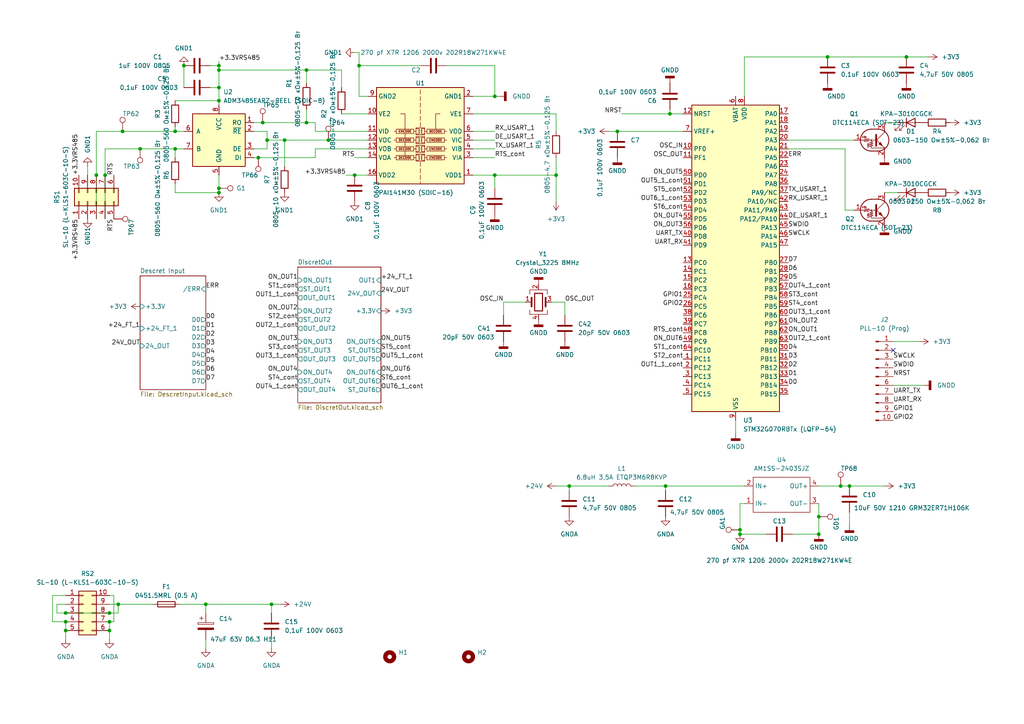
<source format=kicad_sch>
(kicad_sch (version 20231120) (generator "eeschema") (generator_version "8.0")
  (paper "A4")
  (lib_symbols
    (symbol "Connector:Conn_01x10_Pin" (pin_names (offset 1.016) hide)
      (property "Reference" "J" (at 0 12.7 0))
      (property "Value" "Conn_01x10_Pin" (at 0 -15.24 0))
      (symbol "Conn_01x10_Pin_1_1"
        (pin passive line (at 5.08 10.16 180) (length 3.81) (name "Pin_1") (number "1"))
        (pin passive line (at 5.08 -12.7 180) (length 3.81) (name "Pin_10") (number "10"))
        (pin passive line (at 5.08 7.62 180) (length 3.81) (name "Pin_2") (number "2"))
        (pin passive line (at 5.08 5.08 180) (length 3.81) (name "Pin_3") (number "3"))
        (pin passive line (at 5.08 2.54 180) (length 3.81) (name "Pin_4") (number "4"))
        (pin passive line (at 5.08 0 180) (length 3.81) (name "Pin_5") (number "5"))
        (pin passive line (at 5.08 -2.54 180) (length 3.81) (name "Pin_6") (number "6"))
        (pin passive line (at 5.08 -5.08 180) (length 3.81) (name "Pin_7") (number "7"))
        (pin passive line (at 5.08 -7.62 180) (length 3.81) (name "Pin_8") (number "8"))
        (pin passive line (at 5.08 -10.16 180) (length 3.81) (name "Pin_9") (number "9"))
      )
    )
    (symbol "Connector:TestPoint" (pin_numbers hide) (pin_names (offset 0.762) hide)
      (property "Reference" "TP" (at 0 6.858 0))
      (property "Value" "TestPoint" (at 0 5.08 0))
      (symbol "TestPoint_1_1"
        (pin passive line (at 0 0 90) (length 2.54) (name "1") (number "1"))
      )
    )
    (symbol "Connector_Generic:Conn_02x05_Counter_Clockwise" (pin_names (offset 1.016) hide)
      (property "Reference" "J" (at 1.27 7.62 0))
      (property "Value" "Conn_02x05_Counter_Clockwise" (at 1.27 -7.62 0))
      (symbol "Conn_02x05_Counter_Clockwise_1_1"
        (pin passive line (at -5.08 5.08 0) (length 3.81) (name "Pin_1") (number "1"))
        (pin passive line (at 7.62 5.08 180) (length 3.81) (name "Pin_10") (number "10"))
        (pin passive line (at -5.08 2.54 0) (length 3.81) (name "Pin_2") (number "2"))
        (pin passive line (at -5.08 0 0) (length 3.81) (name "Pin_3") (number "3"))
        (pin passive line (at -5.08 -2.54 0) (length 3.81) (name "Pin_4") (number "4"))
        (pin passive line (at -5.08 -5.08 0) (length 3.81) (name "Pin_5") (number "5"))
        (pin passive line (at 7.62 -5.08 180) (length 3.81) (name "Pin_6") (number "6"))
        (pin passive line (at 7.62 -2.54 180) (length 3.81) (name "Pin_7") (number "7"))
        (pin passive line (at 7.62 0 180) (length 3.81) (name "Pin_8") (number "8"))
        (pin passive line (at 7.62 2.54 180) (length 3.81) (name "Pin_9") (number "9"))
      )
    )
    (symbol "Converter_DCDC:AM1SS-"
      (property "Reference" "U" (at -1.27 2.54 0))
      (property "Value" "AM1SS-" (at 0 0 0))
      (symbol "AM1SS-_1_1"
        (pin input line (at -8.89 -5.08 0) (length 2.56) (name "IN-") (number "1"))
        (pin input line (at -8.89 -10.16 0) (length 2.56) (name "IN+") (number "2"))
        (pin output line (at 12.7 -5.08 180) (length 2.56) (name "OUT-") (number "3"))
        (pin output line (at 12.7 -10.16 180) (length 2.56) (name "OUT+") (number "4"))
      )
    )
    (symbol "Device:C" (pin_numbers hide) (pin_names (offset 0.254))
      (property "Reference" "C" (at 0.635 2.54 0))
      (property "Value" "C" (at 0.635 -2.54 0))
      (symbol "C_1_1"
        (pin passive line (at 0 3.81 270) (length 2.794) (name "~") (number "1"))
        (pin passive line (at 0 -3.81 90) (length 2.794) (name "~") (number "2"))
      )
    )
    (symbol "Device:C_Polarized" (pin_numbers hide) (pin_names (offset 0.254))
      (property "Reference" "C" (at 0.635 2.54 0))
      (property "Value" "C_Polarized" (at 0.635 -2.54 0))
      (symbol "C_Polarized_1_1"
        (pin passive line (at 0 3.81 270) (length 2.794) (name "~") (number "1"))
        (pin passive line (at 0 -3.81 90) (length 2.794) (name "~") (number "2"))
      )
    )
    (symbol "Device:Crystal_GND24" (pin_names (offset 1.016) hide)
      (property "Reference" "Y" (at 3.175 5.08 0))
      (property "Value" "Crystal_GND24" (at 3.175 3.175 0))
      (symbol "Crystal_GND24_1_1"
        (pin passive line (at -3.81 0 0) (length 1.27) (name "1") (number "1"))
        (pin passive line (at 0 5.08 270) (length 1.27) (name "2") (number "2"))
        (pin passive line (at 3.81 0 180) (length 1.27) (name "3") (number "3"))
        (pin passive line (at 0 -5.08 90) (length 1.27) (name "4") (number "4"))
      )
    )
    (symbol "Device:Fuse" (pin_numbers hide) (pin_names (offset 0))
      (property "Reference" "F" (at 2.032 0 90))
      (property "Value" "Fuse" (at -1.905 0 90))
      (symbol "Fuse_1_1"
        (pin passive line (at 0 3.81 270) (length 1.27) (name "~") (number "1"))
        (pin passive line (at 0 -3.81 90) (length 1.27) (name "~") (number "2"))
      )
    )
    (symbol "Device:L" (pin_numbers hide) (pin_names (offset 1.016) hide)
      (property "Reference" "L" (at -1.27 0 90))
      (property "Value" "L" (at 1.905 0 90))
      (symbol "L_1_1"
        (pin passive line (at 0 3.81 270) (length 1.27) (name "1") (number "1"))
        (pin passive line (at 0 -3.81 90) (length 1.27) (name "2") (number "2"))
      )
    )
    (symbol "Device:LED" (pin_numbers hide) (pin_names (offset 1.016) hide)
      (property "Reference" "D" (at 0 2.54 0))
      (property "Value" "LED" (at 0 -2.54 0))
      (symbol "LED_1_1"
        (pin passive line (at -3.81 0 0) (length 2.54) (name "K") (number "1"))
        (pin passive line (at 3.81 0 180) (length 2.54) (name "A") (number "2"))
      )
    )
    (symbol "Device:R" (pin_numbers hide) (pin_names (offset 0))
      (property "Reference" "R" (at 2.032 0 90))
      (property "Value" "R" (at 0 0 90))
      (symbol "R_1_1"
        (pin passive line (at 0 3.81 270) (length 1.27) (name "~") (number "1"))
        (pin passive line (at 0 -3.81 90) (length 1.27) (name "~") (number "2"))
      )
    )
    (symbol "Interface_UART:SP3485CN" (pin_names (offset 1.016))
      (property "Reference" "U" (at -7.62 8.89 0))
      (property "Value" "SP3485CN" (at 2.54 8.89 0))
      (symbol "SP3485CN_1_1"
        (pin output line (at -10.16 5.08 0) (length 2.54) (name "RO") (number "1"))
        (pin input line (at -10.16 2.54 0) (length 2.54) (name "~{RE}") (number "2"))
        (pin input line (at -10.16 -2.54 0) (length 2.54) (name "DE") (number "3"))
        (pin input line (at -10.16 -5.08 0) (length 2.54) (name "DI") (number "4"))
        (pin power_in line (at 0 -10.16 90) (length 2.54) (name "GND") (number "5"))
        (pin bidirectional line (at 10.16 2.54 180) (length 2.54) (name "A") (number "6"))
        (pin bidirectional line (at 10.16 -2.54 180) (length 2.54) (name "B") (number "7"))
        (pin power_in line (at 0 10.16 270) (length 2.54) (name "VCC") (number "8"))
      )
    )
    (symbol "Isolator:π141M3x"
      (property "Reference" "U" (at 0 19.05 0))
      (property "Value" "π141M3x" (at 0 16.51 0))
      (symbol "π141M3x_0_0"
        (text "DECODE" (at -4.445 0 0) (effects (font (size 0.635 0.635))))
        (text "DECODE" (at 4.445 2.54 0) (effects (font (size 0.635 0.635))))
        (text "DECODE" (at 4.445 5.08 0) (effects (font (size 0.635 0.635))))
        (text "DECODE" (at 4.445 7.62 0) (effects (font (size 0.635 0.635))))
        (text "ENCODE" (at -4.445 2.54 0) (effects (font (size 0.635 0.635))))
        (text "ENCODE" (at -4.445 5.08 0) (effects (font (size 0.635 0.635))))
        (text "ENCODE" (at -4.445 7.62 0) (effects (font (size 0.635 0.635))))
        (text "ENCODE" (at 4.445 0 0) (effects (font (size 0.635 0.635))))
      )
      (symbol "π141M3x_1_1"
        (pin power_in line (at -15.24 12.7 0) (length 2.54) (name "VDD1") (number "1"))
        (pin input line (at 15.24 -5.08 180) (length 2.54) (name "VE2") (number "10"))
        (pin input line (at 15.24 0 180) (length 2.54) (name "VID") (number "11"))
        (pin output line (at 15.24 2.54 180) (length 2.54) (name "VOC") (number "12"))
        (pin output line (at 15.24 5.08 180) (length 2.54) (name "VOB") (number "13"))
        (pin output line (at 15.24 7.62 180) (length 2.54) (name "VOA") (number "14"))
        (pin passive line (at 15.24 -10.16 180) (length 2.54) hide (name "GND2") (number "15"))
        (pin power_in line (at 15.24 12.7 180) (length 2.54) (name "VDD2") (number "16"))
        (pin power_in line (at -15.24 -10.16 0) (length 2.54) (name "GND1") (number "2"))
        (pin input line (at -15.24 7.62 0) (length 2.54) (name "VIA") (number "3"))
        (pin input line (at -15.24 5.08 0) (length 2.54) (name "VIB") (number "4"))
        (pin input line (at -15.24 2.54 0) (length 2.54) (name "VIC") (number "5"))
        (pin output line (at -15.24 0 0) (length 2.54) (name "VOD") (number "6"))
        (pin input line (at -15.24 -5.08 0) (length 2.54) (name "VE1") (number "7"))
        (pin passive line (at -15.24 -10.16 0) (length 2.54) hide (name "GND1") (number "8"))
        (pin power_in line (at 15.24 -10.16 180) (length 2.54) (name "GND2") (number "9"))
      )
    )
    (symbol "MCU_ST_STM32G0:STM32G070RBTx"
      (property "Reference" "U" (at -12.7 46.99 0))
      (property "Value" "STM32G070RBTx" (at 5.08 46.99 0))
      (symbol "STM32G070RBTx_1_1"
        (pin bidirectional line (at -15.24 -27.94 0) (length 2.54) (name "PC11") (number "1"))
        (pin bidirectional line (at -15.24 33.02 0) (length 2.54) (name "PF0") (number "10"))
        (pin bidirectional line (at -15.24 30.48 0) (length 2.54) (name "PF1") (number "11"))
        (pin input line (at -15.24 43.18 0) (length 2.54) (name "NRST") (number "12"))
        (pin bidirectional line (at -15.24 0 0) (length 2.54) (name "PC0") (number "13"))
        (pin bidirectional line (at -15.24 -2.54 0) (length 2.54) (name "PC1") (number "14"))
        (pin bidirectional line (at -15.24 -5.08 0) (length 2.54) (name "PC2") (number "15"))
        (pin bidirectional line (at -15.24 -7.62 0) (length 2.54) (name "PC3") (number "16"))
        (pin bidirectional line (at 15.24 43.18 180) (length 2.54) (name "PA0") (number "17"))
        (pin bidirectional line (at 15.24 40.64 180) (length 2.54) (name "PA1") (number "18"))
        (pin bidirectional line (at 15.24 38.1 180) (length 2.54) (name "PA2") (number "19"))
        (pin bidirectional line (at -15.24 -30.48 0) (length 2.54) (name "PC12") (number "2"))
        (pin bidirectional line (at 15.24 35.56 180) (length 2.54) (name "PA3") (number "20"))
        (pin bidirectional line (at 15.24 33.02 180) (length 2.54) (name "PA4") (number "21"))
        (pin bidirectional line (at 15.24 30.48 180) (length 2.54) (name "PA5") (number "22"))
        (pin bidirectional line (at 15.24 27.94 180) (length 2.54) (name "PA6") (number "23"))
        (pin bidirectional line (at 15.24 25.4 180) (length 2.54) (name "PA7") (number "24"))
        (pin bidirectional line (at -15.24 -10.16 0) (length 2.54) (name "PC4") (number "25"))
        (pin bidirectional line (at -15.24 -12.7 0) (length 2.54) (name "PC5") (number "26"))
        (pin bidirectional line (at 15.24 0 180) (length 2.54) (name "PB0") (number "27"))
        (pin bidirectional line (at 15.24 -2.54 180) (length 2.54) (name "PB1") (number "28"))
        (pin bidirectional line (at 15.24 -5.08 180) (length 2.54) (name "PB2") (number "29"))
        (pin bidirectional line (at -15.24 -33.02 0) (length 2.54) (name "PC13") (number "3"))
        (pin bidirectional line (at 15.24 -25.4 180) (length 2.54) (name "PB10") (number "30"))
        (pin bidirectional line (at 15.24 -27.94 180) (length 2.54) (name "PB11") (number "31"))
        (pin bidirectional line (at 15.24 -30.48 180) (length 2.54) (name "PB12") (number "32"))
        (pin bidirectional line (at 15.24 -33.02 180) (length 2.54) (name "PB13") (number "33"))
        (pin bidirectional line (at 15.24 -35.56 180) (length 2.54) (name "PB14") (number "34"))
        (pin bidirectional line (at 15.24 -38.1 180) (length 2.54) (name "PB15") (number "35"))
        (pin bidirectional line (at 15.24 22.86 180) (length 2.54) (name "PA8") (number "36"))
        (pin bidirectional line (at 15.24 20.32 180) (length 2.54) (name "PA9/NC") (number "37"))
        (pin bidirectional line (at -15.24 -15.24 0) (length 2.54) (name "PC6") (number "38"))
        (pin bidirectional line (at -15.24 -17.78 0) (length 2.54) (name "PC7") (number "39"))
        (pin bidirectional line (at -15.24 -35.56 0) (length 2.54) (name "PC14") (number "4"))
        (pin bidirectional line (at -15.24 7.62 0) (length 2.54) (name "PD8") (number "40"))
        (pin bidirectional line (at -15.24 5.08 0) (length 2.54) (name "PD9") (number "41"))
        (pin bidirectional line (at 15.24 17.78 180) (length 2.54) (name "PA10/NC") (number "42"))
        (pin bidirectional line (at 15.24 15.24 180) (length 2.54) (name "PA11/PA9") (number "43"))
        (pin bidirectional line (at 15.24 12.7 180) (length 2.54) (name "PA12/PA10") (number "44"))
        (pin bidirectional line (at 15.24 10.16 180) (length 2.54) (name "PA13") (number "45"))
        (pin bidirectional line (at 15.24 7.62 180) (length 2.54) (name "PA14") (number "46"))
        (pin bidirectional line (at 15.24 5.08 180) (length 2.54) (name "PA15") (number "47"))
        (pin bidirectional line (at -15.24 -20.32 0) (length 2.54) (name "PC8") (number "48"))
        (pin bidirectional line (at -15.24 -22.86 0) (length 2.54) (name "PC9") (number "49"))
        (pin bidirectional line (at -15.24 -38.1 0) (length 2.54) (name "PC15") (number "5"))
        (pin bidirectional line (at -15.24 25.4 0) (length 2.54) (name "PD0") (number "50"))
        (pin bidirectional line (at -15.24 22.86 0) (length 2.54) (name "PD1") (number "51"))
        (pin bidirectional line (at -15.24 20.32 0) (length 2.54) (name "PD2") (number "52"))
        (pin bidirectional line (at -15.24 17.78 0) (length 2.54) (name "PD3") (number "53"))
        (pin bidirectional line (at -15.24 15.24 0) (length 2.54) (name "PD4") (number "54"))
        (pin bidirectional line (at -15.24 12.7 0) (length 2.54) (name "PD5") (number "55"))
        (pin bidirectional line (at -15.24 10.16 0) (length 2.54) (name "PD6") (number "56"))
        (pin bidirectional line (at 15.24 -7.62 180) (length 2.54) (name "PB3") (number "57"))
        (pin bidirectional line (at 15.24 -10.16 180) (length 2.54) (name "PB4") (number "58"))
        (pin bidirectional line (at 15.24 -12.7 180) (length 2.54) (name "PB5") (number "59"))
        (pin power_in line (at 0 48.26 270) (length 2.54) (name "VBAT") (number "6"))
        (pin bidirectional line (at 15.24 -15.24 180) (length 2.54) (name "PB6") (number "60"))
        (pin bidirectional line (at 15.24 -17.78 180) (length 2.54) (name "PB7") (number "61"))
        (pin bidirectional line (at 15.24 -20.32 180) (length 2.54) (name "PB8") (number "62"))
        (pin bidirectional line (at 15.24 -22.86 180) (length 2.54) (name "PB9") (number "63"))
        (pin bidirectional line (at -15.24 -25.4 0) (length 2.54) (name "PC10") (number "64"))
        (pin input line (at -15.24 38.1 0) (length 2.54) (name "VREF+") (number "7"))
        (pin power_in line (at 2.54 48.26 270) (length 2.54) (name "VDD") (number "8"))
        (pin power_in line (at 0 -45.72 90) (length 2.54) (name "VSS") (number "9"))
      )
    )
    (symbol "Mechanical:MountingHole" (pin_names (offset 1.016))
      (property "Reference" "H" (at 0 5.08 0))
      (property "Value" "MountingHole" (at 0 3.175 0))
    )
    (symbol "PCM_4ms_Power-symbol:GNDA" (power) (pin_numbers hide) (pin_names (offset 0) hide)
      (property "Value" "GNDA" (at 0 -3.81 0))
      (symbol "GNDA_1_1"
        (pin power_in line (at 0 0 270) (length 0) hide (name "GNDA") (number "1"))
      )
    )
    (symbol "Transistor_BJT:DTC114E" (pin_names (offset 0) hide)
      (property "Reference" "Q" (at 5.08 1.905 0))
      (property "Value" "DTC114E" (at 5.08 0 0))
      (symbol "DTC114E_0_0"
        (text "10k" (at -3.302 0.889 0) (effects (font (size 0.508 0.508))))
        (text "10k" (at -2.159 -1.524 900) (effects (font (size 0.508 0.508))))
      )
      (symbol "DTC114E_1_1"
        (pin input line (at -6.35 0 0) (length 2.54) (name "B") (number "1"))
        (pin passive line (at 2.54 -5.08 90) (length 2.54) (name "E") (number "2"))
        (pin passive line (at 2.54 5.08 270) (length 2.54) (name "C") (number "3"))
      )
    )
    (symbol "power:+24V" (power) (pin_numbers hide) (pin_names (offset 0) hide)
      (property "Value" "+24V" (at 0 3.556 0))
      (symbol "+24V_1_1"
        (pin power_in line (at 0 0 90) (length 0) hide (name "+24V") (number "1"))
      )
    )
    (symbol "power:+3V3" (power) (pin_numbers hide) (pin_names (offset 0) hide)
      (property "Value" "+3V3" (at 0 3.556 0))
      (symbol "+3V3_1_1"
        (pin power_in line (at 0 0 90) (length 0) hide (name "+3V3") (number "1"))
      )
    )
    (symbol "power:GND1" (power) (pin_numbers hide) (pin_names (offset 0) hide)
      (property "Value" "GND1" (at 0 -3.81 0))
      (symbol "GND1_1_1"
        (pin power_in line (at 0 0 270) (length 0) hide (name "GND1") (number "1"))
      )
    )
    (symbol "power:GNDD" (power) (pin_numbers hide) (pin_names (offset 0) hide)
      (property "Value" "GNDD" (at 0 -3.175 0))
      (symbol "GNDD_1_1"
        (pin power_in line (at 0 0 270) (length 0) hide (name "GNDD") (number "1"))
      )
    )
  )
  (junction (at 19.05 182.88))
  (junction (at 240.03 16.51))
  (junction (at 27.94 50.8))
  (junction (at 262.89 16.51))
  (junction (at 31.75 177.8))
  (junction (at 193.04 140.97))
  (junction (at 19.05 177.8))
  (junction (at 63.5 19.05))
  (junction (at 243.84 140.97))
  (junction (at 88.9 20.32))
  (junction (at 237.49 154.94))
  (junction (at 179.07 38.1))
  (junction (at 78.74 175.26))
  (junction (at 161.29 50.8))
  (junction (at 143.51 27.94))
  (junction (at 102.87 50.8))
  (junction (at 165.1 140.97))
  (junction (at 63.5 25.4))
  (junction (at 50.8 38.1))
  (junction (at 31.75 180.34))
  (junction (at 88.9 35.56))
  (junction (at 143.51 50.8))
  (junction (at 59.69 175.26))
  (junction (at 214.63 154.94))
  (junction (at 63.5 20.32))
  (junction (at 63.5 55.88))
  (junction (at 19.05 180.34))
  (junction (at 95.25 40.64))
  (junction (at 76.2 35.56))
  (junction (at 31.75 182.88))
  (junction (at 63.5 54.61))
  (junction (at 237.49 149.86))
  (junction (at 214.63 153.67))
  (junction (at 30.48 50.8))
  (junction (at 82.55 40.64))
  (junction (at 74.93 45.72))
  (junction (at 35.56 38.1))
  (junction (at 34.29 175.26))
  (junction (at 63.5 29.21))
  (junction (at 40.64 43.18))
  (junction (at 53.34 19.05))
  (junction (at 50.8 43.18))
  (junction (at 104.14 19.05))
  (junction (at 246.38 140.97))
  (junction (at 194.31 33.02))
  (junction (at 77.47 40.64))
  (no_connect (at 259.08 101.6))
  (wire (pts (xy 237.49 146.05) (xy 237.49 149.86)))
  (wire (pts (xy 213.36 121.92) (xy 213.36 125.73)))
  (wire (pts (xy 31.75 180.34) (xy 31.75 182.88)))
  (wire (pts (xy 73.66 45.72) (xy 74.93 45.72)))
  (wire (pts (xy 60.96 19.05) (xy 63.5 19.05)))
  (wire (pts (xy 259.08 99.06) (xy 266.7 99.06)))
  (wire (pts (xy 161.29 140.97) (xy 165.1 140.97)))
  (wire (pts (xy 137.16 50.8) (xy 143.51 50.8)))
  (wire (pts (xy 52.07 175.26) (xy 59.69 175.26)))
  (wire (pts (xy 214.63 146.05) (xy 214.63 153.67)))
  (wire (pts (xy 214.63 153.67) (xy 214.63 154.94)))
  (wire (pts (xy 27.94 38.1) (xy 35.56 38.1)))
  (wire (pts (xy 99.06 25.4) (xy 99.06 20.32)))
  (wire (pts (xy 184.15 140.97) (xy 193.04 140.97)))
  (wire (pts (xy 243.84 140.97) (xy 246.38 140.97)))
  (wire (pts (xy 60.96 25.4) (xy 63.5 25.4)))
  (wire (pts (xy 34.29 175.26) (xy 44.45 175.26)))
  (wire (pts (xy 19.05 182.88) (xy 19.05 185.42)))
  (wire (pts (xy 53.34 19.05) (xy 53.34 25.4)))
  (wire (pts (xy 19.05 180.34) (xy 19.05 182.88)))
  (wire (pts (xy 180.34 33.02) (xy 194.31 33.02)))
  (wire (pts (xy 63.5 50.8) (xy 63.5 54.61)))
  (wire (pts (xy 91.44 45.72) (xy 91.44 43.18)))
  (wire (pts (xy 50.8 38.1) (xy 53.34 38.1)))
  (wire (pts (xy 59.69 175.26) (xy 59.69 177.8)))
  (wire (pts (xy 27.94 38.1) (xy 27.94 50.8)))
  (wire (pts (xy 198.12 33.02) (xy 194.31 33.02)))
  (wire (pts (xy 50.8 45.72) (xy 50.8 43.18)))
  (wire (pts (xy 88.9 31.75) (xy 88.9 35.56)))
  (wire (pts (xy 104.14 19.05) (xy 121.92 19.05)))
  (wire (pts (xy 16.51 175.26) (xy 16.51 177.8)))
  (wire (pts (xy 35.56 38.1) (xy 50.8 38.1)))
  (wire (pts (xy 229.87 154.94) (xy 237.49 154.94)))
  (wire (pts (xy 50.8 36.83) (xy 50.8 38.1)))
  (wire (pts (xy 215.9 146.05) (xy 214.63 146.05)))
  (wire (pts (xy 228.6 40.64) (xy 247.65 40.64)))
  (wire (pts (xy 165.1 142.24) (xy 165.1 140.97)))
  (wire (pts (xy 246.38 140.97) (xy 256.54 140.97)))
  (wire (pts (xy 77.47 40.64) (xy 77.47 43.18)))
  (wire (pts (xy 63.5 17.78) (xy 63.5 19.05)))
  (wire (pts (xy 50.8 55.88) (xy 63.5 55.88)))
  (wire (pts (xy 40.64 43.18) (xy 50.8 43.18)))
  (wire (pts (xy 77.47 38.1) (xy 77.47 40.64)))
  (wire (pts (xy 88.9 20.32) (xy 99.06 20.32)))
  (wire (pts (xy 240.03 16.51) (xy 262.89 16.51)))
  (wire (pts (xy 194.31 33.02) (xy 194.31 31.75)))
  (wire (pts (xy 129.54 19.05) (xy 143.51 19.05)))
  (wire (pts (xy 50.8 43.18) (xy 53.34 43.18)))
  (wire (pts (xy 27.94 63.5) (xy 27.94 50.8)))
  (wire (pts (xy 262.89 16.51) (xy 269.24 16.51)))
  (wire (pts (xy 176.53 38.1) (xy 179.07 38.1)))
  (wire (pts (xy 34.29 177.8) (xy 34.29 175.26)))
  (wire (pts (xy 256.54 55.88) (xy 260.35 55.88)))
  (wire (pts (xy 237.49 140.97) (xy 243.84 140.97)))
  (wire (pts (xy 245.11 43.18) (xy 245.11 60.96)))
  (wire (pts (xy 19.05 175.26) (xy 16.51 175.26)))
  (wire (pts (xy 73.66 38.1) (xy 77.47 38.1)))
  (wire (pts (xy 246.38 148.59) (xy 246.38 152.4)))
  (wire (pts (xy 31.75 182.88) (xy 31.75 185.42)))
  (wire (pts (xy 59.69 185.42) (xy 59.69 187.96)))
  (wire (pts (xy 193.04 142.24) (xy 193.04 140.97)))
  (wire (pts (xy 245.11 60.96) (xy 247.65 60.96)))
  (wire (pts (xy 19.05 172.72) (xy 15.24 172.72)))
  (wire (pts (xy 143.51 50.8) (xy 143.51 54.61)))
  (wire (pts (xy 143.51 27.94) (xy 144.78 27.94)))
  (wire (pts (xy 137.16 43.18) (xy 143.51 43.18)))
  (wire (pts (xy 77.47 40.64) (xy 82.55 40.64)))
  (wire (pts (xy 161.29 33.02) (xy 161.29 38.1)))
  (wire (pts (xy 161.29 45.72) (xy 161.29 50.8)))
  (wire (pts (xy 16.51 177.8) (xy 19.05 177.8)))
  (wire (pts (xy 31.75 177.8) (xy 34.29 177.8)))
  (wire (pts (xy 30.48 43.18) (xy 30.48 50.8)))
  (wire (pts (xy 99.06 33.02) (xy 106.68 33.02)))
  (wire (pts (xy 152.4 87.63) (xy 146.05 87.63)))
  (wire (pts (xy 193.04 140.97) (xy 215.9 140.97)))
  (wire (pts (xy 146.05 87.63) (xy 146.05 91.44)))
  (wire (pts (xy 50.8 29.21) (xy 63.5 29.21)))
  (wire (pts (xy 15.24 180.34) (xy 19.05 180.34)))
  (wire (pts (xy 77.47 43.18) (xy 73.66 43.18)))
  (wire (pts (xy 78.74 187.96) (xy 78.74 185.42)))
  (wire (pts (xy 81.28 175.26) (xy 78.74 175.26)))
  (wire (pts (xy 102.87 15.24) (xy 104.14 15.24)))
  (wire (pts (xy 63.5 20.32) (xy 88.9 20.32)))
  (wire (pts (xy 63.5 20.32) (xy 63.5 25.4)))
  (wire (pts (xy 137.16 40.64) (xy 143.51 40.64)))
  (wire (pts (xy 76.2 35.56) (xy 73.66 35.56)))
  (wire (pts (xy 91.44 35.56) (xy 91.44 38.1)))
  (wire (pts (xy 102.87 50.8) (xy 106.68 50.8)))
  (wire (pts (xy 50.8 53.34) (xy 50.8 55.88)))
  (wire (pts (xy 163.83 87.63) (xy 163.83 91.44)))
  (wire (pts (xy 137.16 38.1) (xy 143.51 38.1)))
  (wire (pts (xy 78.74 175.26) (xy 78.74 177.8)))
  (wire (pts (xy 74.93 45.72) (xy 91.44 45.72)))
  (wire (pts (xy 260.35 35.56) (xy 256.54 35.56)))
  (wire (pts (xy 63.5 54.61) (xy 63.5 55.88)))
  (wire (pts (xy 63.5 19.05) (xy 63.5 20.32)))
  (wire (pts (xy 88.9 35.56) (xy 76.2 35.56)))
  (wire (pts (xy 137.16 33.02) (xy 161.29 33.02)))
  (wire (pts (xy 100.33 50.8) (xy 102.87 50.8)))
  (wire (pts (xy 215.9 16.51) (xy 215.9 27.94)))
  (wire (pts (xy 25.4 48.26) (xy 25.4 50.8)))
  (wire (pts (xy 237.49 149.86) (xy 237.49 154.94)))
  (wire (pts (xy 59.69 175.26) (xy 78.74 175.26)))
  (wire (pts (xy 82.55 40.64) (xy 82.55 48.26)))
  (wire (pts (xy 63.5 29.21) (xy 63.5 30.48)))
  (wire (pts (xy 104.14 15.24) (xy 104.14 19.05)))
  (wire (pts (xy 137.16 27.94) (xy 143.51 27.94)))
  (wire (pts (xy 15.24 172.72) (xy 15.24 180.34)))
  (wire (pts (xy 102.87 45.72) (xy 106.68 45.72)))
  (wire (pts (xy 161.29 50.8) (xy 161.29 58.42)))
  (wire (pts (xy 104.14 27.94) (xy 106.68 27.94)))
  (wire (pts (xy 63.5 25.4) (xy 63.5 29.21)))
  (wire (pts (xy 31.75 172.72) (xy 33.02 172.72)))
  (wire (pts (xy 33.02 172.72) (xy 33.02 180.34)))
  (wire (pts (xy 214.63 154.94) (xy 222.25 154.94)))
  (wire (pts (xy 19.05 177.8) (xy 31.75 177.8)))
  (wire (pts (xy 228.6 43.18) (xy 245.11 43.18)))
  (wire (pts (xy 88.9 20.32) (xy 88.9 24.13)))
  (wire (pts (xy 143.51 50.8) (xy 161.29 50.8)))
  (wire (pts (xy 30.48 63.5) (xy 30.48 50.8)))
  (wire (pts (xy 30.48 43.18) (xy 40.64 43.18)))
  (wire (pts (xy 95.25 40.64) (xy 106.68 40.64)))
  (wire (pts (xy 91.44 35.56) (xy 88.9 35.56)))
  (wire (pts (xy 160.02 87.63) (xy 163.83 87.63)))
  (wire (pts (xy 179.07 38.1) (xy 198.12 38.1)))
  (wire (pts (xy 137.16 45.72) (xy 143.51 45.72)))
  (wire (pts (xy 31.75 175.26) (xy 34.29 175.26)))
  (wire (pts (xy 91.44 38.1) (xy 106.68 38.1)))
  (wire (pts (xy 104.14 19.05) (xy 104.14 27.94)))
  (wire (pts (xy 33.02 180.34) (xy 31.75 180.34)))
  (wire (pts (xy 165.1 140.97) (xy 176.53 140.97)))
  (wire (pts (xy 143.51 19.05) (xy 143.51 27.94)))
  (wire (pts (xy 91.44 43.18) (xy 106.68 43.18)))
  (wire (pts (xy 259.08 111.76) (xy 267.97 111.76)))
  (wire (pts (xy 215.9 16.51) (xy 240.03 16.51)))
  (wire (pts (xy 82.55 40.64) (xy 95.25 40.64)))
  (label "+3.3VRS485" (at 22.86 50.8 90))
  (label "D0" (at 59.69 92.71 0))
  (label "OUT2_1_cont" (at 228.6 99.06 0))
  (label "ST6_cont" (at 198.12 60.96 180))
  (label "NRST" (at 180.34 33.02 180))
  (label "D1" (at 228.6 109.22 0))
  (label "RTS_cont" (at 143.51 45.72 0))
  (label "RX_USART_1" (at 143.51 38.1 0))
  (label "ON_OUT6" (at 198.12 99.06 180))
  (label "D4" (at 228.6 101.6 0))
  (label "D4" (at 59.69 102.87 0))
  (label "SWCLK" (at 259.08 104.14 0))
  (label "ST2_cont" (at 86.36 92.71 180))
  (label "ON_OUT2" (at 86.36 90.17 180))
  (label "UART_TX" (at 198.12 68.58 180))
  (label "ON_OUT1" (at 228.6 96.52 0))
  (label "ON_OUT6" (at 110.49 107.95 0))
  (label "ON_OUT5" (at 110.49 99.06 0))
  (label "GPIO1" (at 198.12 86.36 180))
  (label "D3" (at 228.6 104.14 0))
  (label "ST4_cont" (at 228.6 88.9 0))
  (label "ST2_cont" (at 198.12 104.14 180))
  (label "24V_OUT" (at 110.49 85.09 0))
  (label "UART_RX" (at 259.08 116.84 0))
  (label "OUT3_1_cont" (at 228.6 91.44 0))
  (label "NRST" (at 259.08 109.22 0))
  (label "TX_USART_1" (at 143.51 43.18 0))
  (label "ST3_cont" (at 86.36 101.6 180))
  (label "ON_OUT4" (at 198.12 63.5 180))
  (label "UART_RX" (at 198.12 71.12 180))
  (label "OUT1_1_cont" (at 198.12 106.68 180))
  (label "RTS_cont" (at 198.12 96.52 180))
  (label "DE_USART_1" (at 228.6 63.5 0))
  (label "RTS" (at 33.02 63.5 270))
  (label "RTS" (at 33.02 50.8 90))
  (label "D5" (at 228.6 81.28 0))
  (label "OUT6_1_cont" (at 110.49 113.03 0))
  (label "SWDIO" (at 228.6 66.04 0))
  (label "+24_FT_1" (at 40.64 95.25 180))
  (label "OUT3_1_cont" (at 86.36 104.14 180))
  (label "OUT6_1_cont" (at 198.12 58.42 180))
  (label "D2" (at 228.6 106.68 0))
  (label "ON_OUT3" (at 198.12 66.04 180))
  (label "OUT1_1_cont" (at 86.36 86.36 180))
  (label "D5" (at 59.69 105.41 0))
  (label "D1" (at 59.69 95.25 0))
  (label "+3.3VRS485" (at 100.33 50.8 180))
  (label "ERR" (at 59.69 83.82 0))
  (label "ST4_cont" (at 86.36 110.49 180))
  (label "OUT5_1_cont" (at 198.12 53.34 180))
  (label "SWDIO" (at 259.08 106.68 0))
  (label "ST5_cont" (at 110.49 101.6 0))
  (label "D6" (at 59.69 107.95 0))
  (label "ST6_cont" (at 110.49 110.49 0))
  (label "+24_FT_1" (at 110.49 81.28 0))
  (label "OSC_OUT" (at 198.12 45.72 180))
  (label "ST3_cont" (at 228.6 86.36 0))
  (label "GPIO2" (at 259.08 121.92 0))
  (label "ST5_cont" (at 198.12 55.88 180))
  (label "24V_OUT" (at 40.64 100.33 180))
  (label "+3.3VRS485" (at 22.86 63.5 270))
  (label "ST1_cont" (at 198.12 101.6 180))
  (label "D3" (at 59.69 100.33 0))
  (label "ERR" (at 228.6 45.72 0))
  (label "ON_OUT2" (at 228.6 93.98 0))
  (label "ON_OUT4" (at 86.36 107.95 180))
  (label "GPIO2" (at 198.12 88.9 180))
  (label "ST1_cont" (at 86.36 83.82 180))
  (label "ON_OUT1" (at 86.36 81.28 180))
  (label "UART_TX" (at 259.08 114.3 0))
  (label "+3.3VRS485" (at 63.5 17.78 0))
  (label "D6" (at 228.6 78.74 0))
  (label "OUT5_1_cont" (at 110.49 104.14 0))
  (label "RTS" (at 102.87 45.72 180))
  (label "OUT4_1_cont" (at 228.6 83.82 0))
  (label "D0" (at 228.6 111.76 0))
  (label "OSC_IN" (at 146.05 87.63 180))
  (label "ON_OUT3" (at 86.36 99.06 180))
  (label "D7" (at 228.6 76.2 0))
  (label "D2" (at 59.69 97.79 0))
  (label "DE_USART_1" (at 143.51 40.64 0))
  (label "SWCLK" (at 228.6 68.58 0))
  (label "TX_USART_1" (at 228.6 55.88 0))
  (label "OSC_IN" (at 198.12 43.18 180))
  (label "OUT2_1_cont" (at 86.36 95.25 180))
  (label "GPIO1" (at 259.08 119.38 0))
  (label "OSC_OUT" (at 163.83 87.63 0))
  (label "OUT4_1_cont" (at 86.36 113.03 180))
  (label "D7" (at 59.69 110.49 0))
  (label "RX_USART_1" (at 228.6 58.42 0))
  (label "ON_OUT5" (at 198.12 50.8 180))
  (symbol (lib_id "Device:C") (at 163.83 95.25 0) (unit 1)
    (property "Reference" "C42" (at 167.64 93.98 0) (effects (justify left)))
    (property "Value" "20pF 50V 0603" (at 167.64 96.52 0) (effects (justify left)))
    (property "Footprint" "Capacitor_SMD:C_0603_1608Metric" (effects (hide yes)))
  )
  (symbol (lib_id "power:GND1") (at 82.55 55.88 0) (unit 1)
    (property "Reference" "#PWR014" (effects (hide yes)))
    (property "Value" "GND1" (at 82.55 60.96 0))
  )
  (symbol (lib_id "Device:Crystal_GND24") (at 156.21 87.63 0) (unit 1)
    (property "Reference" "Y1" (at 157.48 73.66 0))
    (property "Value" "Crystal_3225 8MHz" (at 158.75 76.2 0))
    (property "Footprint" "PCM_Crystal_AKL:Crystal_SMD_3225-4Pin_3.2x2.5mm" (effects (hide yes)))
  )
  (symbol (lib_id "Device:C") (at 226.06 154.94 90) (unit 1)
    (property "Reference" "C13" (at 226.06 151.13 90))
    (property "Value" "270 pf X7R 1206 2000v 202R18W271KW4E" (at 226.06 162.56 90))
    (property "Footprint" "PCM_Capacitor_SMD_Handsoldering_AKL:C_1210_3225Metric_Pad1.42x2.65mm" (effects (hide yes)))
  )
  (symbol (lib_id "Device:R") (at 50.8 33.02 180) (unit 1) (in_bom no)
    (property "Reference" "R3" (at 45.72 33.02 90))
    (property "Value" "0805-560 Ом±5%-0,125 Вт" (at 48.26 33.02 90))
    (property "Footprint" "PCM_4ms_Resistor:R_0805_2012Metric" (effects (hide yes)))
  )
  (symbol (lib_id "Device:C") (at 246.38 144.78 0) (unit 1)
    (property "Reference" "C10" (at 250.19 143.51 0) (effects (justify left)))
    (property "Value" "10uF 50V 1210 GRM32ER71H106K" (at 247.65 147.32 0) (effects (justify left)))
    (property "Footprint" "PCM_Capacitor_SMD_AKL:C_1210_3225Metric_Pad1.42x2.65mm_HandSolder" (effects (hide yes)))
  )
  (symbol (lib_id "Transistor_BJT:DTC114E") (at 254 60.96 0) (unit 1)
    (property "Reference" "Q2" (at 245.11 63.5 0) (effects (justify left)))
    (property "Value" "DTC114ECA (SOT-23)" (at 243.84 66.04 0) (effects (justify left)))
    (property "Footprint" "Package_TO_SOT_SMD:SOT-23" (effects (hide yes)))
  )
  (symbol (lib_id "Device:LED") (at 264.16 55.88 0) (unit 1)
    (property "Reference" "D2" (at 264.16 58.42 0))
    (property "Value" "KPA-3010CGCK" (at 264.16 53.34 0))
    (property "Footprint" "LED_SMD:LED_Kingbright_KPA-3010_3x2x1mm" (effects (hide yes)))
  )
  (symbol (lib_id "Device:C") (at 146.05 95.25 0) (unit 1)
    (property "Reference" "C41" (at 138.43 95.25 0) (effects (justify left)))
    (property "Value" "20pF 50V 0603" (at 128.27 97.79 0) (effects (justify left)))
    (property "Footprint" "Capacitor_SMD:C_0603_1608Metric" (effects (hide yes)))
  )
  (symbol (lib_id "Mechanical:MountingHole") (at 113.03 190.5 0) (unit 1) (in_bom no)
    (property "Reference" "H1" (at 115.57 189.23 0) (effects (justify left)))
    (property "Value" "MountingHole" (effects (hide yes)))
    (property "Footprint" "MountingHole:MountingHole_3.2mm_M3" (effects (hide yes)))
  )
  (symbol (lib_id "power:GND1") (at 25.4 48.26 180) (unit 1)
    (property "Reference" "#PWR011" (effects (hide yes)))
    (property "Value" "GND1" (at 25.4 44.45 90) (effects (justify right)))
  )
  (symbol (lib_id "power:+3V3") (at 256.54 140.97 270) (unit 1)
    (property "Reference" "#PWR029" (effects (hide yes)))
    (property "Value" "+3V3" (at 260.35 140.97 90) (effects (justify left)))
  )
  (symbol (lib_id "power:GNDD") (at 143.51 62.23 0) (unit 1)
    (property "Reference" "#PWR018" (effects (hide yes)))
    (property "Value" "GNDD" (at 143.51 66.04 0))
  )
  (symbol (lib_id "power:+3V3") (at 266.7 99.06 270) (unit 1)
    (property "Reference" "#PWR023" (effects (hide yes)))
    (property "Value" "+3V3" (at 270.51 99.06 90) (effects (justify left)))
  )
  (symbol (lib_id "MCU_ST_STM32G0:STM32G070RBTx") (at 213.36 76.2 0) (unit 1)
    (property "Reference" "U3" (at 215.5541 121.92 0) (effects (justify left)))
    (property "Value" "STM32G070RBTx (LQFP-64)" (at 215.5541 124.46 0) (effects (justify left)))
    (property "Footprint" "Package_QFP:LQFP-64_10x10mm_P0.5mm" (effects (hide yes)))
    (property "Datasheet" "https://www.st.com/resource/en/datasheet/stm32g070rb.pdf" (effects (hide yes)))
  )
  (symbol (lib_id "power:GND1") (at 102.87 15.24 270) (unit 1)
    (property "Reference" "#PWR03" (effects (hide yes)))
    (property "Value" "GND1" (at 93.98 15.24 90) (effects (justify left)))
  )
  (symbol (lib_id "Device:R") (at 50.8 49.53 180) (unit 1) (in_bom no)
    (property "Reference" "R6" (at 48.26 50.8 90))
    (property "Value" "0805-560 Ом±5%-0,125 Вт" (at 45.72 54.61 90))
    (property "Footprint" "PCM_4ms_Resistor:R_0805_2012Metric" (effects (hide yes)))
  )
  (symbol (lib_id "Connector:Conn_01x10_Pin") (at 254 109.22 0) (unit 1)
    (property "Reference" "J2" (at 256.54 92.71 0))
    (property "Value" "PLL-10 (Prog)" (at 256.54 95.25 0))
    (property "Footprint" "Connector_PinHeader_1.27mm:PinHeader_1x10_P1.27mm_Vertical" (effects (hide yes)))
  )
  (symbol (lib_id "Connector:TestPoint") (at 76.2 35.56 0) (unit 1) (in_bom no)
    (property "Reference" "TP65" (at 76.2 30.48 0) (effects (justify left)))
    (property "Footprint" "PCM_4ms_TestPoint:TestPoint_D1" (effects (hide yes)))
  )
  (symbol (lib_id "Device:R") (at 82.55 52.07 180) (unit 1)
    (property "Reference" "R7" (at 77.47 52.07 90))
    (property "Value" "0805-10 кОм±5%-0,125 Вт" (at 80.01 52.07 90))
    (property "Footprint" "PCM_4ms_Resistor:R_0805_2012Metric" (effects (hide yes)))
  )
  (symbol (lib_id "power:+3V3") (at 275.59 35.56 270) (unit 1)
    (property "Reference" "#PWR09" (effects (hide yes)))
    (property "Value" "+3V3" (at 279.4 35.56 90) (effects (justify left)))
  )
  (symbol (lib_id "Device:C") (at 165.1 146.05 0) (unit 1)
    (property "Reference" "C11" (at 168.91 144.78 0) (effects (justify left)))
    (property "Value" "4,7uF 50V 0805" (at 168.91 147.32 0) (effects (justify left)))
    (property "Footprint" "PCM_Capacitor_SMD_AKL:C_0805_2012Metric_Pad1.18x1.45mm_HandSolder" (effects (hide yes)))
  )
  (symbol (lib_id "power:GND1") (at 25.4 63.5 0) (unit 1)
    (property "Reference" "#PWR019" (effects (hide yes)))
    (property "Value" "GND1" (at 25.4 71.12 90) (effects (justify left)))
  )
  (symbol (lib_id "power:GNDD") (at 237.49 154.94 0) (unit 1)
    (property "Reference" "#PWR034" (effects (hide yes)))
    (property "Value" "GNDD" (at 237.49 158.75 0))
  )
  (symbol (lib_id "Interface_UART:SP3485CN") (at 63.5 40.64 0) (mirror y) (unit 1)
    (property "Reference" "U2" (at 64.77 26.67 0) (effects (justify right)))
    (property "Value" "ADM3485EARZ-REEL (SOIC-8)" (at 64.77 29.21 0) (effects (justify right)))
    (property "Footprint" "Package_SO:SOIC-8_3.9x4.9mm_P1.27mm" (effects (hide yes)))
    (property "Datasheet" "https://static.chipdip.ru/lib/154/DOC013154525.pdf" (effects (hide yes)))
  )
  (symbol (lib_id "Connector:TestPoint") (at 33.02 63.5 270) (unit 1) (in_bom no)
    (property "Reference" "TP67" (at 38.1 63.5 0) (effects (justify left)))
    (property "Footprint" "PCM_4ms_TestPoint:TestPoint_D1" (effects (hide yes)))
  )
  (symbol (lib_id "power:GNDD") (at 213.36 125.73 0) (unit 1)
    (property "Reference" "#PWR027" (effects (hide yes)))
    (property "Value" "GNDD" (at 213.36 129.54 0))
  )
  (symbol (lib_id "Transistor_BJT:DTC114E") (at 254 40.64 0) (unit 1)
    (property "Reference" "Q1" (at 246.38 33.02 0) (effects (justify left)))
    (property "Value" "DTC114ECA (SOT-23)" (at 241.3 35.56 0) (effects (justify left)))
    (property "Footprint" "Package_TO_SOT_SMD:SOT-23" (effects (hide yes)))
  )
  (symbol (lib_id "power:+24V") (at 81.28 175.26 270) (unit 1)
    (property "Reference" "#PWR035" (effects (hide yes)))
    (property "Value" "+24V" (at 85.09 175.26 90) (effects (justify left)))
  )
  (symbol (lib_id "Device:C") (at 57.15 19.05 90) (unit 1)
    (property "Reference" "C1" (at 45.72 16.51 90))
    (property "Value" "1uF 100V 0805" (at 41.91 19.05 90))
    (property "Footprint" "PCM_Capacitor_SMD_AKL:C_0805_2012Metric_Pad1.18x1.45mm_HandSolder" (effects (hide yes)))
  )
  (symbol (lib_id "Device:C") (at 194.31 27.94 180) (unit 1)
    (property "Reference" "C6" (at 190.5 29.21 0) (effects (justify left)))
    (property "Value" "0,1uF 100V 0603" (at 190.5 26.67 0) (effects (justify left)))
    (property "Footprint" "Capacitor_SMD:C_0603_1608Metric" (effects (hide yes)))
  )
  (symbol (lib_id "power:GND1") (at 53.34 19.05 180) (unit 1)
    (property "Reference" "#PWR02" (effects (hide yes)))
    (property "Value" "GND1" (at 53.34 13.97 0))
  )
  (symbol (lib_id "Connector:TestPoint") (at 237.49 149.86 270) (unit 1) (in_bom no)
    (property "Reference" "GD1" (at 242.57 149.86 0) (effects (justify left)))
    (property "Footprint" "PCM_4ms_TestPoint:TestPoint_D1" (effects (hide yes)))
  )
  (symbol (lib_id "power:GNDD") (at 256.54 45.72 0) (unit 1)
    (property "Reference" "#PWR012" (effects (hide yes)))
    (property "Value" "GNDD" (at 259.08 46.7995 0) (effects (justify left)))
  )
  (symbol (lib_id "Device:C") (at 262.89 20.32 0) (unit 1)
    (property "Reference" "C4" (at 266.7 19.05 0) (effects (justify left)))
    (property "Value" "4,7uF 50V 0805" (at 266.7 21.59 0) (effects (justify left)))
    (property "Footprint" "PCM_Capacitor_SMD_AKL:C_0805_2012Metric_Pad1.18x1.45mm_HandSolder" (effects (hide yes)))
  )
  (symbol (lib_id "power:GNDD") (at 262.89 24.13 0) (unit 1)
    (property "Reference" "#PWR06" (effects (hide yes)))
    (property "Value" "GNDD" (at 262.89 27.94 0))
  )
  (symbol (lib_id "power:+3V3") (at 176.53 38.1 90) (unit 1)
    (property "Reference" "#PWR08" (effects (hide yes)))
    (property "Value" "+3V3" (at 172.72 38.1 90) (effects (justify left)))
  )
  (symbol (lib_id "power:GND1") (at 63.5 55.88 0) (unit 1)
    (property "Reference" "#PWR013" (effects (hide yes)))
    (property "Value" "GND1" (at 63.5 60.96 0))
  )
  (symbol (lib_id "Device:C") (at 143.51 58.42 180) (unit 1)
    (property "Reference" "C9" (at 137.16 60.96 90))
    (property "Value" "0,1uF 100V 0603" (at 139.7 60.96 90))
    (property "Footprint" "Capacitor_SMD:C_0603_1608Metric" (effects (hide yes)))
  )
  (symbol (lib_id "Converter_DCDC:AM1SS-") (at 224.79 151.13 0) (mirror x) (unit 1)
    (property "Reference" "U4" (at 226.695 133.35 0))
    (property "Value" "AM1SS-2403SJZ" (at 226.695 135.89 0))
    (property "Footprint" "Converter_DCDC:Converter_DCDC_Murata_MEE1SxxxxSC_THT" (effects (hide yes)))
    (property "Datasheet" "https://www.aimtec.com/site/Aimtec/files/Datasheet/HighResolution/am1ss-jz.pdf" (effects (hide yes)))
  )
  (symbol (lib_id "power:GNDD") (at 146.05 99.06 0) (unit 1)
    (property "Reference" "#PWR0144" (effects (hide yes)))
    (property "Value" "GNDD" (at 146.05 102.87 0))
  )
  (symbol (lib_id "Device:Fuse") (at 48.26 175.26 90) (unit 1)
    (property "Reference" "F1" (at 48.26 170.18 90))
    (property "Value" "0451.5MRL (0.5 А)" (at 48.26 172.72 90))
    (property "Footprint" "PCM_Fuse_Handsoldering_AKL:Fuse_Littelfuse-NANO2-451_453" (effects (hide yes)))
  )
  (symbol (lib_id "power:GNDD") (at 267.97 111.76 90) (unit 1)
    (property "Reference" "#PWR026" (effects (hide yes)))
    (property "Value" "GNDD" (at 271.78 111.76 90) (effects (justify right)))
  )
  (symbol (lib_id "power:GNDD") (at 156.21 92.71 0) (unit 1)
    (property "Reference" "#PWR0143" (effects (hide yes)))
    (property "Value" "GNDD" (at 156.21 96.52 0))
  )
  (symbol (lib_id "power:GNDD") (at 194.31 24.13 180) (unit 1)
    (property "Reference" "#PWR04" (effects (hide yes)))
    (property "Value" "GNDD" (at 194.31 20.32 0))
  )
  (symbol (lib_id "Device:C") (at 78.74 181.61 0) (unit 1)
    (property "Reference" "C15" (at 82.55 180.34 0) (effects (justify left)))
    (property "Value" "0,1uF 100V 0603" (at 82.55 182.88 0) (effects (justify left)))
    (property "Footprint" "Capacitor_SMD:C_0603_1608Metric" (effects (hide yes)))
  )
  (symbol (lib_id "Connector_Generic:Conn_02x05_Counter_Clockwise") (at 24.13 177.8 0) (unit 1) (in_bom no)
    (property "Reference" "RS2" (at 25.4 166.37 0))
    (property "Value" "SL-10 (L-KLS1-603C-10-S)" (at 25.4 168.91 0))
    (property "Footprint" "Connector:Edge_Conn_KLS1-603-10" (effects (hide yes)))
  )
  (symbol (lib_id "PCM_4ms_Power-symbol:GNDA") (at 19.05 185.42 0) (unit 1)
    (property "Reference" "#PWR036" (effects (hide yes)))
    (property "Value" "GNDA" (at 19.05 190.5 0))
  )
  (symbol (lib_id "PCM_4ms_Power-symbol:GNDA") (at 31.75 185.42 0) (unit 1)
    (property "Reference" "#PWR037" (effects (hide yes)))
    (property "Value" "GNDA" (at 31.75 190.5 0))
  )
  (symbol (lib_id "power:GNDD") (at 256.54 66.04 0) (unit 1)
    (property "Reference" "#PWR020" (effects (hide yes)))
    (property "Value" "GNDD" (at 259.08 67.1195 0) (effects (justify left)))
  )
  (symbol (lib_id "power:+3V3") (at 161.29 58.42 180) (unit 1)
    (property "Reference" "#PWR017" (effects (hide yes)))
    (property "Value" "+3V3" (at 161.29 63.5 0))
  )
  (symbol (lib_id "power:+24V") (at 161.29 140.97 90) (unit 1)
    (property "Reference" "#PWR028" (effects (hide yes)))
    (property "Value" "+24V" (at 157.48 140.97 90) (effects (justify left)))
  )
  (symbol (lib_id "Device:R") (at 161.29 41.91 180) (unit 1)
    (property "Reference" "R5" (at 156.21 41.91 90))
    (property "Value" "0805-4,7 кОм±5%-0,125 Вт" (at 158.75 41.91 90))
    (property "Footprint" "PCM_4ms_Resistor:R_0805_2012Metric" (effects (hide yes)))
  )
  (symbol (lib_id "Device:C") (at 125.73 19.05 90) (unit 1)
    (property "Reference" "C2" (at 120.65 20.32 90))
    (property "Value" "270 pf X7R 1206 2000v 202R18W271KW4E" (at 125.73 15.24 90))
    (property "Footprint" "PCM_Capacitor_SMD_Handsoldering_AKL:C_1210_3225Metric_Pad1.42x2.65mm" (effects (hide yes)))
  )
  (symbol (lib_id "power:+3V3") (at 40.64 88.9 90) (unit 1)
    (property "Reference" "#PWR024" (effects (hide yes)))
    (property "Value" "+3V3" (at 36.83 88.9 90) (effects (justify left)))
  )
  (symbol (lib_id "Device:R") (at 271.78 55.88 270) (unit 1)
    (property "Reference" "R8" (at 271.78 60.96 90))
    (property "Value" "0603-150 Ом±5%-0,062 Вт" (at 271.78 58.42 90))
    (property "Footprint" "PCM_4ms_Resistor:R_0603" (effects (hide yes)))
  )
  (symbol (lib_id "Device:C") (at 179.07 41.91 0) (unit 1)
    (property "Reference" "C7" (at 182.88 40.64 0) (effects (justify left)))
    (property "Value" "0,1uF 100V 0603" (at 173.99 57.15 90) (effects (justify left)))
    (property "Footprint" "Capacitor_SMD:C_0603_1608Metric" (effects (hide yes)))
  )
  (symbol (lib_id "PCM_4ms_Power-symbol:GNDA") (at 78.74 187.96 0) (unit 1)
    (property "Reference" "#PWR039" (effects (hide yes)))
    (property "Value" "GNDA" (at 78.74 193.04 0))
  )
  (symbol (lib_id "Device:C") (at 193.04 146.05 0) (unit 1)
    (property "Reference" "C12" (at 196.85 144.78 0) (effects (justify left)))
    (property "Value" "4,7uF 50V 0805" (at 194.31 148.59 0) (effects (justify left)))
    (property "Footprint" "PCM_Capacitor_SMD_AKL:C_0805_2012Metric_Pad1.18x1.45mm_HandSolder" (effects (hide yes)))
  )
  (symbol (lib_id "power:GNDD") (at 179.07 45.72 0) (unit 1)
    (property "Reference" "#PWR010" (effects (hide yes)))
    (property "Value" "GNDD" (at 179.07 49.53 0))
  )
  (symbol (lib_id "Device:R") (at 88.9 27.94 180) (unit 1)
    (property "Reference" "R1" (at 83.82 24.13 90))
    (property "Value" "0805-10 кОм±5%-0,125 Вт" (at 86.36 22.86 90))
    (property "Footprint" "PCM_4ms_Resistor:R_0805_2012Metric" (effects (hide yes)))
  )
  (symbol (lib_id "PCM_4ms_Power-symbol:GNDA") (at 165.1 149.86 0) (unit 1)
    (property "Reference" "#PWR030" (effects (hide yes)))
    (property "Value" "GNDA" (at 165.1 154.94 0))
  )
  (symbol (lib_id "Isolator:π141M3x") (at 121.92 38.1 180) (unit 1)
    (property "Reference" "U1" (at 121.92 24.13 0))
    (property "Value" "PAI141M30 (SOIC-16)" (at 120.65 55.88 0))
    (property "Footprint" "Package_SO:SOIC-16_3.9x9.9mm_P1.27mm" (effects (hide yes)))
    (property "Datasheet" "https://wmsc.lcsc.com/wmsc/upload/file/pdf/v2/lcsc/2001082007_2Pai-Semi--141M30_C471604.pdf" (effects (hide yes)))
  )
  (symbol (lib_id "Device:C") (at 57.15 25.4 90) (unit 1)
    (property "Reference" "C5" (at 46.99 22.86 90))
    (property "Value" "0,1uF 100V 0603" (at 43.18 25.4 90))
    (property "Footprint" "Capacitor_SMD:C_0603_1608Metric" (effects (hide yes)))
  )
  (symbol (lib_id "power:+3V3") (at 275.59 55.88 270) (unit 1)
    (property "Reference" "#PWR015" (effects (hide yes)))
    (property "Value" "+3V3" (at 279.4 55.88 90) (effects (justify left)))
  )
  (symbol (lib_id "Connector:TestPoint") (at 95.25 40.64 0) (unit 1) (in_bom no)
    (property "Reference" "TP64" (at 95.25 35.56 0) (effects (justify left)))
    (property "Footprint" "PCM_4ms_TestPoint:TestPoint_D1" (effects (hide yes)))
  )
  (symbol (lib_id "Device:C_Polarized") (at 59.69 181.61 0) (unit 1)
    (property "Reference" "C14" (at 63.5 179.451 0) (effects (justify left)))
    (property "Value" "47uF 63V D6.3 H11" (at 60.96 185.42 0) (effects (justify left)))
    (property "Footprint" "PCM_Capacitor_THT_AKL:CP_Radial_D6.3mm_P2.50mm" (effects (hide yes)))
  )
  (symbol (lib_id "Connector:TestPoint") (at 40.64 43.18 180) (unit 1) (in_bom no)
    (property "Reference" "TP63" (at 40.64 48.26 0) (effects (justify left)))
    (property "Footprint" "PCM_4ms_TestPoint:TestPoint_D1" (effects (hide yes)))
  )
  (symbol (lib_id "PCM_4ms_Power-symbol:GNDA") (at 59.69 187.96 0) (unit 1)
    (property "Reference" "#PWR038" (effects (hide yes)))
    (property "Value" "GNDA" (at 59.69 193.04 0))
  )
  (symbol (lib_id "power:GNDD") (at 240.03 24.13 0) (unit 1)
    (property "Reference" "#PWR05" (effects (hide yes)))
    (property "Value" "GNDD" (at 242.57 27.94 0))
  )
  (symbol (lib_id "Device:LED") (at 264.16 35.56 0) (unit 1)
    (property "Reference" "D1" (at 264.16 38.1 0))
    (property "Value" "KPA-3010CGCK" (at 262.89 33.02 0))
    (property "Footprint" "LED_SMD:LED_Kingbright_KPA-3010_3x2x1mm" (effects (hide yes)))
  )
  (symbol (lib_id "power:+3V3") (at 269.24 16.51 270) (unit 1)
    (property "Reference" "#PWR01" (effects (hide yes)))
    (property "Value" "+3V3" (at 273.05 16.51 90) (effects (justify left)))
  )
  (symbol (lib_id "PCM_4ms_Power-symbol:GNDA") (at 193.04 149.86 0) (unit 1)
    (property "Reference" "#PWR031" (effects (hide yes)))
    (property "Value" "GNDA" (at 193.04 154.94 0))
  )
  (symbol (lib_id "power:GNDD") (at 163.83 99.06 0) (unit 1)
    (property "Reference" "#PWR0145" (effects (hide yes)))
    (property "Value" "GNDD" (at 163.83 102.87 0))
  )
  (symbol (lib_id "Connector_Generic:Conn_02x05_Counter_Clockwise") (at 27.94 58.42 90) (unit 1) (in_bom no)
    (property "Reference" "RS1" (at 16.51 57.15 0))
    (property "Value" "SL-10 (L-KLS1-603C-10-S)" (at 19.05 57.15 0))
    (property "Footprint" "Connector:Edge_Conn_KLS1-603-10" (effects (hide yes)))
  )
  (symbol (lib_id "PCM_4ms_Power-symbol:GNDA") (at 214.63 154.94 0) (unit 1)
    (property "Reference" "#PWR033" (effects (hide yes)))
    (property "Value" "GNDA" (at 214.63 158.75 0))
  )
  (symbol (lib_id "Connector:TestPoint") (at 35.56 38.1 0) (unit 1) (in_bom no)
    (property "Reference" "TP62" (at 35.56 33.02 0) (effects (justify left)))
    (property "Footprint" "PCM_4ms_TestPoint:TestPoint_D1" (effects (hide yes)))
  )
  (symbol (lib_id "Connector:TestPoint") (at 63.5 54.61 270) (unit 1) (in_bom no)
    (property "Reference" "G1" (at 68.58 54.61 90) (effects (justify left)))
    (property "Footprint" "PCM_4ms_TestPoint:TestPoint_D1" (effects (hide yes)))
  )
  (symbol (lib_id "power:GND1") (at 102.87 58.42 0) (unit 1)
    (property "Reference" "#PWR016" (effects (hide yes)))
    (property "Value" "GND1" (at 102.87 63.5 0))
  )
  (symbol (lib_id "power:+3V3") (at 110.49 90.17 270) (unit 1)
    (property "Reference" "#PWR025" (effects (hide yes)))
    (property "Value" "+3V3" (at 114.3 90.17 90) (effects (justify left)))
  )
  (symbol (lib_id "Connector:TestPoint") (at 243.84 140.97 0) (unit 1) (in_bom no)
    (property "Reference" "TP68" (at 243.84 135.89 0) (effects (justify left)))
    (property "Footprint" "PCM_4ms_TestPoint:TestPoint_D1" (effects (hide yes)))
  )
  (symbol (lib_id "Mechanical:MountingHole") (at 135.89 190.5 0) (unit 1) (in_bom no)
    (property "Reference" "H2" (at 138.43 189.23 0) (effects (justify left)))
    (property "Value" "MountingHole" (effects (hide yes)))
    (property "Footprint" "MountingHole:MountingHole_3.2mm_M3" (effects (hide yes)))
  )
  (symbol (lib_id "Device:L") (at 180.34 140.97 90) (unit 1)
    (property "Reference" "L1" (at 180.34 135.89 90))
    (property "Value" "6,8uH 3,5A ETQP3M6R8KVP" (at 180.34 138.43 90))
    (property "Footprint" "PCM_Inductor_SMD_Handsoldering_AKL:L_Bourns-SRN6028" (effects (hide yes)))
  )
  (symbol (lib_id "Connector:TestPoint") (at 214.63 153.67 90) (unit 1) (in_bom no)
    (property "Reference" "GA1" (at 209.55 153.67 0) (effects (justify left)))
    (property "Footprint" "PCM_4ms_TestPoint:TestPoint_D1" (effects (hide yes)))
  )
  (symbol (lib_id "power:GNDD") (at 144.78 27.94 90) (unit 1)
    (property "Reference" "#PWR07" (effects (hide yes)))
    (property "Value" "GNDD" (at 148.5868 27.94 90) (effects (justify right)))
  )
  (symbol (lib_id "Device:C") (at 240.03 20.32 0) (unit 1)
    (property "Reference" "C3" (at 243.84 19.05 0) (effects (justify left)))
    (property "Value" "0,1uF 100V 0603" (at 243.84 21.59 0) (effects (justify left)))
    (property "Footprint" "Capacitor_SMD:C_0603_1608Metric" (effects (hide yes)))
  )
  (symbol (lib_id "Device:R") (at 271.78 35.56 90) (unit 1)
    (property "Reference" "R4" (at 271.78 38.1 90))
    (property "Value" "0603-150 Ом±5%-0,062 Вт" (at 273.05 40.64 90))
    (property "Footprint" "PCM_4ms_Resistor:R_0603" (effects (hide yes)))
  )
  (symbol (lib_id "power:GNDD") (at 156.21 82.55 180) (unit 1)
    (property "Reference" "#PWR089" (effects (hide yes)))
    (property "Value" "GNDD" (at 156.21 78.74 0))
  )
  (symbol (lib_id "Connector:TestPoint") (at 74.93 45.72 180) (unit 1) (in_bom no)
    (property "Reference" "TP66" (at 74.93 50.8 0) (effects (justify left)))
    (property "Footprint" "PCM_4ms_TestPoint:TestPoint_D1" (effects (hide yes)))
  )
  (symbol (lib_id "Device:C") (at 102.87 54.61 180) (unit 1)
    (property "Reference" "C8" (at 106.68 59.69 90))
    (property "Value" "0,1uF 100V 0603" (at 109.22 60.96 90))
    (property "Footprint" "Capacitor_SMD:C_0603_1608Metric" (effects (hide yes)))
  )
  (symbol (lib_id "Device:R") (at 99.06 29.21 180) (unit 1)
    (property "Reference" "R2" (at 93.98 33.02 90))
    (property "Value" "0805-4,7 кОм±5%-0,125 Вт" (at 96.52 29.21 90))
    (property "Footprint" "PCM_4ms_Resistor:R_0805_2012Metric" (effects (hide yes)))
  )
  (symbol (lib_id "power:GNDD") (at 246.38 152.4 0) (unit 1)
    (property "Reference" "#PWR032" (effects (hide yes)))
    (property "Value" "GNDD" (at 246.38 156.21 0))
  )
  (sheet (at 86.36 77.47) (size 24.13 39.37) (stroke (width 0.1524))
    (property "Sheetname" "DiscretOut" (at 86.36 76.7584 0) (effects (justify left bottom)))
    (property "Sheetfile" "DiscretOut.kicad_sch" (at 86.36 117.4246 0) (effects (justify left top)))
    (pin "ON_OUT3" input (at 86.36 99.06 180))
    (pin "ON_OUT6" input (at 110.49 107.95 0))
    (pin "ON_OUT4" input (at 86.36 107.95 180))
    (pin "ON_OUT2" input (at 86.36 90.17 180))
    (pin "ON_OUT5" input (at 110.49 99.06 0))
    (pin "ON_OUT1" input (at 86.36 81.28 180))
    (pin "OUT1" input (at 110.49 81.28 0))
    (pin "OUT_OUT6" output (at 110.49 110.49 0))
    (pin "ST_OUT6" output (at 110.49 113.03 0))
    (pin "OUT_OUT5" output (at 110.49 104.14 0))
    (pin "ST_OUT5" output (at 110.49 101.6 0))
    (pin "OUT_OUT1" output (at 86.36 86.36 180))
    (pin "ST_OUT2" output (at 86.36 92.71 180))
    (pin "ST_OUT1" output (at 86.36 83.82 180))
    (pin "+3.3V" input (at 110.49 90.17 0))
    (pin "ST_OUT3" output (at 86.36 101.6 180))
    (pin "OUT_OUT3" output (at 86.36 104.14 180))
    (pin "OUT_OUT2" output (at 86.36 95.25 180))
    (pin "ST_OUT4" output (at 86.36 110.49 180))
    (pin "OUT_OUT4" output (at 86.36 113.03 180))
    (pin "24V_OUT" input (at 110.49 85.09 0))
  )
  (sheet (at 40.64 80.01) (size 19.05 33.02) (stroke (width 0.1524))
    (property "Sheetname" "Descret Input" (at 40.64 79.2984 0) (effects (justify left bottom)))
    (property "Sheetfile" "DescretInput.kicad_sch" (at 40.64 113.6146 0) (effects (justify left top)))
    (pin "+24_FT_1" input (at 40.64 95.25 180))
    (pin "{slash}ERR" input (at 59.69 83.82 0))
    (pin "+3.3V" input (at 40.64 88.9 180))
    (pin "D4" output (at 59.69 102.87 0))
    (pin "D5" output (at 59.69 105.41 0))
    (pin "D6" output (at 59.69 107.95 0))
    (pin "D7" output (at 59.69 110.49 0))
    (pin "D0" output (at 59.69 92.71 0))
    (pin "D1" output (at 59.69 95.25 0))
    (pin "D2" output (at 59.69 97.79 0))
    (pin "D3" output (at 59.69 100.33 0))
    (pin "24_OUT" input (at 40.64 100.33 180))
  )
)
</source>
